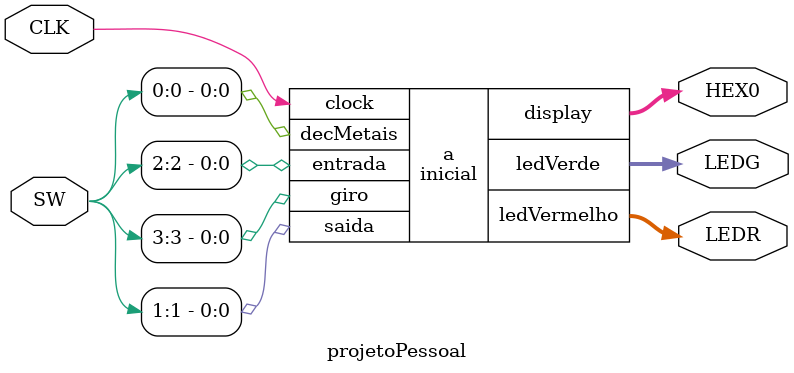
<source format=v>
module inicial ( giro, entrada, saida, decMetais, ledVerde, ledVermelho, display, clock );
input giro, entrada, saida, decMetais, clock;
output [1:0] ledVerde, ledVermelho;
output [6:0] display;

reg [2:0] estado;
reg [3:0] tmp;
reg [1:0] tmpLedVerde, tmpLedVermelho;
reg [6:0] tmpDisplay;

parameter A = 3'b000, B = 3'b001, C = 3'b010, D = 3'b011, E = 3'b100;

initial estado = A;

always @( posedge clock ) begin
tmp = { giro, entrada, saida, decMetais }; // Equivamente ao código comentado abaixo
/*tmp[3] = giro;
tmp[2] = entrada;
tmp[1] = saida;
tmp[0] = decMetais;*/

case( estado )
	A: begin
			tmpLedVerde = 2'b00;
			tmpLedVermelho = 2'b00;
			tmpDisplay = 7'b1111001;

			if( tmp == 4'b1100 )
				estado = B;
			if( tmp == 4'b1101 | tmp == 4'b1111 )
				estado = C;
			if( tmp == 4'b1110 )
				estado = D;
			if( tmp == 4'b1010 )
				estado = E;

		end

	B: begin
			tmpLedVerde = 2'b01;
			tmpLedVermelho = 2'b00;
			tmpDisplay = 7'b0100100;

			if( tmp == 4'b0000 | tmp == 4'b1000 )
				estado = A;
			if( tmp == 4'b1101 )
				estado = C;
			if( tmp == 4'b1110 | tmp == 4'b1111 )
				estado = D;
			if( tmp == 4'b1010 | tmp == 4'b1011 )
				estado = E;

		end

	C: begin
			tmpLedVerde = 2'b00;
			tmpLedVermelho = 2'b01;
			tmpDisplay = 7'b0110000;

			if( tmp == 4'b0100 | tmp == 4'b1100 )
				estado = B;
			if( tmp == 4'b0000 | tmp == 4'b1000 )
				estado = A;
			if( tmp == 4'b0110 | tmp == 4'b1110 )
				estado = D;
			if( tmp == 4'b1010 )
				estado = E;

		end

	D: begin
			tmpLedVerde = 2'b10;
			tmpLedVermelho = 2'b10;
			tmpDisplay = 7'b0011001;

			if( tmp == 4'b0111 | tmp == 4'b1111 )
				estado = C;
			if( tmp == 4'b1100 )
				estado = B;
			if( tmp == 4'b1010 )
				estado = E;
			if( tmp == 4'b0000 | tmp == 4'b1000 )
				estado = A;

		end

	E: begin
			tmpLedVerde = 2'b00;
			tmpLedVermelho = 2'b00;
			tmpDisplay = 7'b0010010;

			if( tmp == 4'b0000 | tmp == 4'b1000 )
				estado = A;
			if( tmp == 4'b0110 | tmp == 4'b1110 )
				estado = D;
			if( tmp == 4'b1100 )
				estado = B;
			if( tmp == 4'b1101 )
				estado = C;

		end

	default: estado = A;

endcase
end

assign ledVerde = tmpLedVerde;
assign ledVermelho = tmpLedVermelho;
assign display = tmpDisplay;

endmodule

module projetoPessoal ( SW,LEDG, LEDR, HEX0, CLK );
input [3:0] SW;
input CLK;
output [1:0] LEDG, LEDR;
output [6:0] HEX0;

inicial a( SW[3], SW[2], SW[1], SW[0], LEDG, LEDR, HEX0, CLK );
endmodule

</source>
